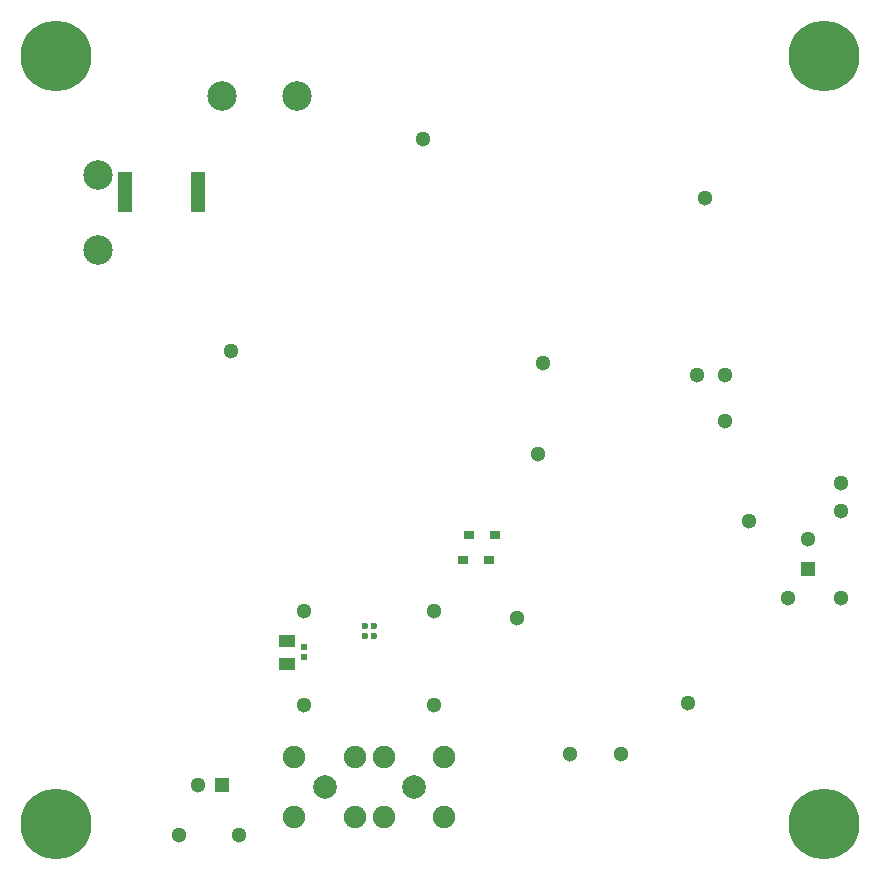
<source format=gbr>
%TF.GenerationSoftware,Altium Limited,Altium Designer,22.9.1 (49)*%
G04 Layer_Color=255*
%FSLAX45Y45*%
%MOMM*%
%TF.SameCoordinates,E77D5F78-0586-4990-9624-58BD59020D5A*%
%TF.FilePolarity,Positive*%
%TF.FileFunction,Pads,Bot*%
%TF.Part,Single*%
G01*
G75*
%TA.AperFunction,SMDPad,CuDef*%
%ADD19R,1.45000X1.00000*%
%ADD39R,0.52000X0.52000*%
%TA.AperFunction,ComponentPad*%
%ADD51C,2.50000*%
%ADD52C,1.30000*%
%ADD53C,0.60000*%
%ADD54R,1.30000X1.30000*%
%ADD55R,1.30000X1.30000*%
%ADD56C,1.90500*%
%ADD57C,2.00660*%
%ADD58C,6.00000*%
%TA.AperFunction,SMDPad,CuDef*%
%ADD60R,1.25000X3.40000*%
%ADD61R,0.90000X0.80000*%
D19*
X2449999Y1854999D02*
D03*
Y2044999D02*
D03*
D39*
X2600000Y1991000D02*
D03*
Y1909000D02*
D03*
D51*
X2537500Y6659999D02*
D03*
X1902500D02*
D03*
X854998Y5987500D02*
D03*
Y5352500D02*
D03*
D52*
X3599970Y6300000D02*
D03*
X1700000Y829999D02*
D03*
X2050000Y400000D02*
D03*
X1540000D02*
D03*
X4579978Y3630000D02*
D03*
X5989977Y5799999D02*
D03*
X3700000Y1500000D02*
D03*
X6859999Y2910000D02*
D03*
X7140000Y2409999D02*
D03*
X2600000Y1500000D02*
D03*
X6689969Y2409999D02*
D03*
X5849958Y1519998D02*
D03*
X1979961Y4499998D02*
D03*
X4619962Y4399998D02*
D03*
X5919964Y4299998D02*
D03*
X2599965Y2300000D02*
D03*
X4849999Y1090000D02*
D03*
X6160000Y3910000D02*
D03*
X5279999Y1090000D02*
D03*
X6159999Y4300000D02*
D03*
X4400000Y2239999D02*
D03*
X6359999Y3059999D02*
D03*
X3700000Y2300000D02*
D03*
X7140000Y3380000D02*
D03*
X7140000Y3150000D02*
D03*
D53*
X3110000Y2090000D02*
D03*
X3190000D02*
D03*
Y2169999D02*
D03*
X3110000D02*
D03*
D54*
X1900000Y829999D02*
D03*
D55*
X6859999Y2656000D02*
D03*
D56*
X3785270Y1065269D02*
D03*
Y554729D02*
D03*
X3274730D02*
D03*
Y1065269D02*
D03*
X3025270D02*
D03*
Y554729D02*
D03*
X2514730Y1065269D02*
D03*
Y554729D02*
D03*
D57*
X3530000Y809999D02*
D03*
X2770000D02*
D03*
D58*
X500000Y7000000D02*
D03*
X7000000D02*
D03*
X500000Y500000D02*
D03*
X7000000D02*
D03*
D60*
X1085001Y5849999D02*
D03*
X1694998D02*
D03*
D61*
X4160000Y2730000D02*
D03*
X3939999D02*
D03*
X3990000Y2940000D02*
D03*
X4210000D02*
D03*
%TF.MD5,15c754c927b450d0feb0342f1c3361df*%
M02*

</source>
